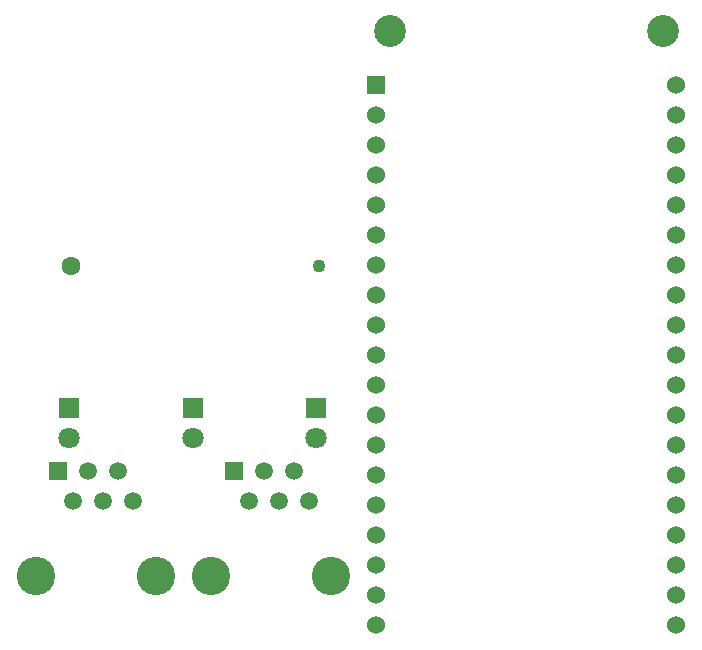
<source format=gbr>
%TF.GenerationSoftware,KiCad,Pcbnew,7.0.9*%
%TF.CreationDate,2023-12-25T18:56:36-06:00*%
%TF.ProjectId,fujinet-adam-devkit-smd,66756a69-6e65-4742-9d61-64616d2d6465,1.1*%
%TF.SameCoordinates,Original*%
%TF.FileFunction,Soldermask,Bot*%
%TF.FilePolarity,Negative*%
%FSLAX46Y46*%
G04 Gerber Fmt 4.6, Leading zero omitted, Abs format (unit mm)*
G04 Created by KiCad (PCBNEW 7.0.9) date 2023-12-25 18:56:36*
%MOMM*%
%LPD*%
G01*
G04 APERTURE LIST*
%ADD10C,3.250000*%
%ADD11R,1.520000X1.520000*%
%ADD12C,1.520000*%
%ADD13C,1.100000*%
%ADD14C,1.600000*%
%ADD15C,2.700000*%
%ADD16R,1.530000X1.530000*%
%ADD17C,1.530000*%
%ADD18R,1.800000X1.800000*%
%ADD19C,1.800000*%
G04 APERTURE END LIST*
D10*
%TO.C,J1*%
X117470000Y-125984000D03*
X127630000Y-125984000D03*
D11*
X119380000Y-117094000D03*
D12*
X120650000Y-119634000D03*
X121920000Y-117094000D03*
X123190000Y-119634000D03*
X124460000Y-117094000D03*
X125730000Y-119634000D03*
%TD*%
D13*
%TO.C,J3*%
X126623000Y-99748000D03*
D14*
X105623000Y-99748000D03*
%TD*%
D15*
%TO.C,H2*%
X155702000Y-79883000D03*
%TD*%
D16*
%TO.C,U1*%
X131445000Y-84455000D03*
D17*
X131445000Y-86995000D03*
X131445000Y-89535000D03*
X131445000Y-92075000D03*
X131445000Y-94615000D03*
X131445000Y-97155000D03*
X131445000Y-99695000D03*
X131445000Y-102235000D03*
X131445000Y-104775000D03*
X131445000Y-107315000D03*
X131445000Y-109855000D03*
X131445000Y-112395000D03*
X131445000Y-114935000D03*
X131445000Y-117475000D03*
X131445000Y-120015000D03*
X131445000Y-122555000D03*
X131445000Y-125095000D03*
X131445000Y-127635000D03*
X131445000Y-130175000D03*
X156845000Y-130175000D03*
X156845000Y-127635000D03*
X156845000Y-125095000D03*
X156845000Y-122555000D03*
X156845000Y-120015000D03*
X156845000Y-117475000D03*
X156845000Y-114935000D03*
X156845000Y-112395000D03*
X156845000Y-109855000D03*
X156845000Y-107315000D03*
X156845000Y-104775000D03*
X156845000Y-102235000D03*
X156845000Y-99695000D03*
X156845000Y-97155000D03*
X156845000Y-94615000D03*
X156845000Y-92075000D03*
X156845000Y-89535000D03*
X156845000Y-86995000D03*
X156845000Y-84455000D03*
%TD*%
D18*
%TO.C,D2*%
X115887500Y-111755000D03*
D19*
X115887500Y-114295000D03*
%TD*%
D10*
%TO.C,J2*%
X102616000Y-125984000D03*
X112776000Y-125984000D03*
D11*
X104526000Y-117094000D03*
D12*
X105796000Y-119634000D03*
X107066000Y-117094000D03*
X108336000Y-119634000D03*
X109606000Y-117094000D03*
X110876000Y-119634000D03*
%TD*%
D18*
%TO.C,D1*%
X126365000Y-111755000D03*
D19*
X126365000Y-114295000D03*
%TD*%
D18*
%TO.C,D3*%
X105410000Y-111760000D03*
D19*
X105410000Y-114300000D03*
%TD*%
D15*
%TO.C,H1*%
X132588000Y-79883000D03*
%TD*%
M02*

</source>
